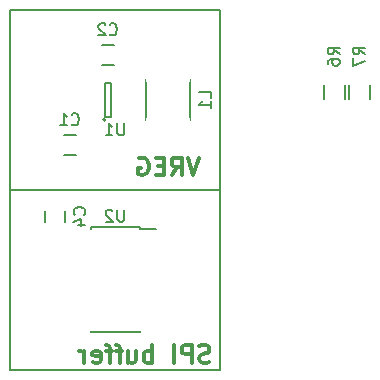
<source format=gbo>
G04 #@! TF.FileFunction,Legend,Bot*
%FSLAX46Y46*%
G04 Gerber Fmt 4.6, Leading zero omitted, Abs format (unit mm)*
G04 Created by KiCad (PCBNEW 4.0.1-2.fc23-product) date Sun 31 Jan 2016 08:26:32 PM PST*
%MOMM*%
G01*
G04 APERTURE LIST*
%ADD10C,0.100000*%
%ADD11C,0.200000*%
%ADD12C,0.300000*%
%ADD13C,0.150000*%
%ADD14R,1.987200X1.987200*%
%ADD15O,1.987200X1.987200*%
%ADD16R,1.560000X0.960000*%
%ADD17R,1.260000X1.510000*%
%ADD18R,3.760000X1.860000*%
%ADD19R,1.784000X2.084000*%
%ADD20O,1.784000X2.084000*%
%ADD21R,1.320000X0.910000*%
%ADD22R,1.760000X0.860000*%
%ADD23R,1.510000X1.260000*%
G04 APERTURE END LIST*
D10*
D11*
X160020000Y-104140000D02*
X142240000Y-104140000D01*
D12*
X159098571Y-103477143D02*
X158884285Y-103548571D01*
X158527142Y-103548571D01*
X158384285Y-103477143D01*
X158312856Y-103405714D01*
X158241428Y-103262857D01*
X158241428Y-103120000D01*
X158312856Y-102977143D01*
X158384285Y-102905714D01*
X158527142Y-102834286D01*
X158812856Y-102762857D01*
X158955714Y-102691429D01*
X159027142Y-102620000D01*
X159098571Y-102477143D01*
X159098571Y-102334286D01*
X159027142Y-102191429D01*
X158955714Y-102120000D01*
X158812856Y-102048571D01*
X158455714Y-102048571D01*
X158241428Y-102120000D01*
X157598571Y-103548571D02*
X157598571Y-102048571D01*
X157027143Y-102048571D01*
X156884285Y-102120000D01*
X156812857Y-102191429D01*
X156741428Y-102334286D01*
X156741428Y-102548571D01*
X156812857Y-102691429D01*
X156884285Y-102762857D01*
X157027143Y-102834286D01*
X157598571Y-102834286D01*
X156098571Y-103548571D02*
X156098571Y-102048571D01*
X154241428Y-103548571D02*
X154241428Y-102048571D01*
X154241428Y-102620000D02*
X154098571Y-102548571D01*
X153812857Y-102548571D01*
X153670000Y-102620000D01*
X153598571Y-102691429D01*
X153527142Y-102834286D01*
X153527142Y-103262857D01*
X153598571Y-103405714D01*
X153670000Y-103477143D01*
X153812857Y-103548571D01*
X154098571Y-103548571D01*
X154241428Y-103477143D01*
X152241428Y-102548571D02*
X152241428Y-103548571D01*
X152884285Y-102548571D02*
X152884285Y-103334286D01*
X152812857Y-103477143D01*
X152669999Y-103548571D01*
X152455714Y-103548571D01*
X152312857Y-103477143D01*
X152241428Y-103405714D01*
X151741428Y-102548571D02*
X151169999Y-102548571D01*
X151527142Y-103548571D02*
X151527142Y-102262857D01*
X151455714Y-102120000D01*
X151312856Y-102048571D01*
X151169999Y-102048571D01*
X150884285Y-102548571D02*
X150312856Y-102548571D01*
X150669999Y-103548571D02*
X150669999Y-102262857D01*
X150598571Y-102120000D01*
X150455713Y-102048571D01*
X150312856Y-102048571D01*
X149241428Y-103477143D02*
X149384285Y-103548571D01*
X149669999Y-103548571D01*
X149812856Y-103477143D01*
X149884285Y-103334286D01*
X149884285Y-102762857D01*
X149812856Y-102620000D01*
X149669999Y-102548571D01*
X149384285Y-102548571D01*
X149241428Y-102620000D01*
X149169999Y-102762857D01*
X149169999Y-102905714D01*
X149884285Y-103048571D01*
X148527142Y-103548571D02*
X148527142Y-102548571D01*
X148527142Y-102834286D02*
X148455714Y-102691429D01*
X148384285Y-102620000D01*
X148241428Y-102548571D01*
X148098571Y-102548571D01*
D11*
X142240000Y-88900000D02*
X160020000Y-88900000D01*
X142240000Y-104140000D02*
X142240000Y-88900000D01*
X160020000Y-88900000D02*
X160020000Y-104140000D01*
D12*
X158253571Y-86173571D02*
X157753571Y-87673571D01*
X157253571Y-86173571D01*
X155896428Y-87673571D02*
X156396428Y-86959286D01*
X156753571Y-87673571D02*
X156753571Y-86173571D01*
X156182143Y-86173571D01*
X156039285Y-86245000D01*
X155967857Y-86316429D01*
X155896428Y-86459286D01*
X155896428Y-86673571D01*
X155967857Y-86816429D01*
X156039285Y-86887857D01*
X156182143Y-86959286D01*
X156753571Y-86959286D01*
X155253571Y-86887857D02*
X154753571Y-86887857D01*
X154539285Y-87673571D02*
X155253571Y-87673571D01*
X155253571Y-86173571D01*
X154539285Y-86173571D01*
X153110714Y-86245000D02*
X153253571Y-86173571D01*
X153467857Y-86173571D01*
X153682142Y-86245000D01*
X153825000Y-86387857D01*
X153896428Y-86530714D01*
X153967857Y-86816429D01*
X153967857Y-87030714D01*
X153896428Y-87316429D01*
X153825000Y-87459286D01*
X153682142Y-87602143D01*
X153467857Y-87673571D01*
X153325000Y-87673571D01*
X153110714Y-87602143D01*
X153039285Y-87530714D01*
X153039285Y-87030714D01*
X153325000Y-87030714D01*
D11*
X142240000Y-73660000D02*
X142240000Y-88900000D01*
X160020000Y-73660000D02*
X142240000Y-73660000D01*
X160020000Y-88900000D02*
X160020000Y-73660000D01*
X142240000Y-88900000D02*
X160020000Y-88900000D01*
D13*
X170547000Y-81245000D02*
X170547000Y-80045000D01*
X168797000Y-80045000D02*
X168797000Y-81245000D01*
X172706000Y-81245000D02*
X172706000Y-80045000D01*
X170956000Y-80045000D02*
X170956000Y-81245000D01*
X149995000Y-76620000D02*
X150995000Y-76620000D01*
X150995000Y-78320000D02*
X149995000Y-78320000D01*
X153695400Y-83007200D02*
X153695400Y-79552800D01*
X157454600Y-83007200D02*
X157454600Y-79552800D01*
X150295000Y-82980000D02*
G75*
G03X150295000Y-82980000I-100000J0D01*
G01*
X150745000Y-82730000D02*
X150245000Y-82730000D01*
X150745000Y-79830000D02*
X150745000Y-82730000D01*
X150245000Y-79830000D02*
X150745000Y-79830000D01*
X150245000Y-82730000D02*
X150245000Y-79830000D01*
X153205000Y-92070000D02*
X153205000Y-92185000D01*
X149055000Y-92070000D02*
X149055000Y-92185000D01*
X149055000Y-100970000D02*
X149055000Y-100855000D01*
X153205000Y-100970000D02*
X153205000Y-100855000D01*
X153205000Y-92070000D02*
X149055000Y-92070000D01*
X153205000Y-100970000D02*
X149055000Y-100970000D01*
X153205000Y-92185000D02*
X154580000Y-92185000D01*
X146900000Y-90670000D02*
X146900000Y-91670000D01*
X145200000Y-91670000D02*
X145200000Y-90670000D01*
X146780000Y-84240000D02*
X147780000Y-84240000D01*
X147780000Y-85940000D02*
X146780000Y-85940000D01*
X170124381Y-77430334D02*
X169648190Y-77097000D01*
X170124381Y-76858905D02*
X169124381Y-76858905D01*
X169124381Y-77239858D01*
X169172000Y-77335096D01*
X169219619Y-77382715D01*
X169314857Y-77430334D01*
X169457714Y-77430334D01*
X169552952Y-77382715D01*
X169600571Y-77335096D01*
X169648190Y-77239858D01*
X169648190Y-76858905D01*
X169124381Y-78287477D02*
X169124381Y-78097000D01*
X169172000Y-78001762D01*
X169219619Y-77954143D01*
X169362476Y-77858905D01*
X169552952Y-77811286D01*
X169933905Y-77811286D01*
X170029143Y-77858905D01*
X170076762Y-77906524D01*
X170124381Y-78001762D01*
X170124381Y-78192239D01*
X170076762Y-78287477D01*
X170029143Y-78335096D01*
X169933905Y-78382715D01*
X169695810Y-78382715D01*
X169600571Y-78335096D01*
X169552952Y-78287477D01*
X169505333Y-78192239D01*
X169505333Y-78001762D01*
X169552952Y-77906524D01*
X169600571Y-77858905D01*
X169695810Y-77811286D01*
X172283381Y-77430334D02*
X171807190Y-77097000D01*
X172283381Y-76858905D02*
X171283381Y-76858905D01*
X171283381Y-77239858D01*
X171331000Y-77335096D01*
X171378619Y-77382715D01*
X171473857Y-77430334D01*
X171616714Y-77430334D01*
X171711952Y-77382715D01*
X171759571Y-77335096D01*
X171807190Y-77239858D01*
X171807190Y-76858905D01*
X171283381Y-77763667D02*
X171283381Y-78430334D01*
X172283381Y-78001762D01*
X150661666Y-75727143D02*
X150709285Y-75774762D01*
X150852142Y-75822381D01*
X150947380Y-75822381D01*
X151090238Y-75774762D01*
X151185476Y-75679524D01*
X151233095Y-75584286D01*
X151280714Y-75393810D01*
X151280714Y-75250952D01*
X151233095Y-75060476D01*
X151185476Y-74965238D01*
X151090238Y-74870000D01*
X150947380Y-74822381D01*
X150852142Y-74822381D01*
X150709285Y-74870000D01*
X150661666Y-74917619D01*
X150280714Y-74917619D02*
X150233095Y-74870000D01*
X150137857Y-74822381D01*
X149899761Y-74822381D01*
X149804523Y-74870000D01*
X149756904Y-74917619D01*
X149709285Y-75012857D01*
X149709285Y-75108095D01*
X149756904Y-75250952D01*
X150328333Y-75822381D01*
X149709285Y-75822381D01*
X159202381Y-81113334D02*
X159202381Y-80637143D01*
X158202381Y-80637143D01*
X159202381Y-81970477D02*
X159202381Y-81399048D01*
X159202381Y-81684762D02*
X158202381Y-81684762D01*
X158345238Y-81589524D01*
X158440476Y-81494286D01*
X158488095Y-81399048D01*
X151891905Y-83272381D02*
X151891905Y-84081905D01*
X151844286Y-84177143D01*
X151796667Y-84224762D01*
X151701429Y-84272381D01*
X151510952Y-84272381D01*
X151415714Y-84224762D01*
X151368095Y-84177143D01*
X151320476Y-84081905D01*
X151320476Y-83272381D01*
X150320476Y-84272381D02*
X150891905Y-84272381D01*
X150606191Y-84272381D02*
X150606191Y-83272381D01*
X150701429Y-83415238D01*
X150796667Y-83510476D01*
X150891905Y-83558095D01*
X151891905Y-90597381D02*
X151891905Y-91406905D01*
X151844286Y-91502143D01*
X151796667Y-91549762D01*
X151701429Y-91597381D01*
X151510952Y-91597381D01*
X151415714Y-91549762D01*
X151368095Y-91502143D01*
X151320476Y-91406905D01*
X151320476Y-90597381D01*
X150891905Y-90692619D02*
X150844286Y-90645000D01*
X150749048Y-90597381D01*
X150510952Y-90597381D01*
X150415714Y-90645000D01*
X150368095Y-90692619D01*
X150320476Y-90787857D01*
X150320476Y-90883095D01*
X150368095Y-91025952D01*
X150939524Y-91597381D01*
X150320476Y-91597381D01*
X148507143Y-91003334D02*
X148554762Y-90955715D01*
X148602381Y-90812858D01*
X148602381Y-90717620D01*
X148554762Y-90574762D01*
X148459524Y-90479524D01*
X148364286Y-90431905D01*
X148173810Y-90384286D01*
X148030952Y-90384286D01*
X147840476Y-90431905D01*
X147745238Y-90479524D01*
X147650000Y-90574762D01*
X147602381Y-90717620D01*
X147602381Y-90812858D01*
X147650000Y-90955715D01*
X147697619Y-91003334D01*
X147935714Y-91860477D02*
X148602381Y-91860477D01*
X147554762Y-91622381D02*
X148269048Y-91384286D01*
X148269048Y-92003334D01*
X147446666Y-83347143D02*
X147494285Y-83394762D01*
X147637142Y-83442381D01*
X147732380Y-83442381D01*
X147875238Y-83394762D01*
X147970476Y-83299524D01*
X148018095Y-83204286D01*
X148065714Y-83013810D01*
X148065714Y-82870952D01*
X148018095Y-82680476D01*
X147970476Y-82585238D01*
X147875238Y-82490000D01*
X147732380Y-82442381D01*
X147637142Y-82442381D01*
X147494285Y-82490000D01*
X147446666Y-82537619D01*
X146494285Y-83442381D02*
X147065714Y-83442381D01*
X146780000Y-83442381D02*
X146780000Y-82442381D01*
X146875238Y-82585238D01*
X146970476Y-82680476D01*
X147065714Y-82728095D01*
%LPC*%
D14*
X174625000Y-79375000D03*
D15*
X177165000Y-79375000D03*
X174625000Y-81915000D03*
X177165000Y-81915000D03*
X174625000Y-84455000D03*
X177165000Y-84455000D03*
X174625000Y-86995000D03*
X177165000Y-86995000D03*
X174625000Y-89535000D03*
X177165000Y-89535000D03*
D14*
X164465000Y-75565000D03*
D15*
X167005000Y-75565000D03*
X164465000Y-78105000D03*
X167005000Y-78105000D03*
X164465000Y-80645000D03*
X167005000Y-80645000D03*
X164465000Y-83185000D03*
X167005000Y-83185000D03*
X164465000Y-85725000D03*
X167005000Y-85725000D03*
X164465000Y-88265000D03*
X167005000Y-88265000D03*
X164465000Y-90805000D03*
X167005000Y-90805000D03*
X164465000Y-93345000D03*
X167005000Y-93345000D03*
D16*
X169672000Y-79695000D03*
X169672000Y-81595000D03*
X171831000Y-79695000D03*
X171831000Y-81595000D03*
D17*
X151495000Y-77470000D03*
X149495000Y-77470000D03*
D18*
X155575000Y-83718400D03*
X155575000Y-78841600D03*
D14*
X116205000Y-109855000D03*
D15*
X116205000Y-107315000D03*
X118745000Y-109855000D03*
X118745000Y-107315000D03*
X121285000Y-109855000D03*
X121285000Y-107315000D03*
X123825000Y-109855000D03*
X123825000Y-107315000D03*
X126365000Y-109855000D03*
X126365000Y-107315000D03*
X128905000Y-109855000D03*
X128905000Y-107315000D03*
X131445000Y-109855000D03*
X131445000Y-107315000D03*
X133985000Y-109855000D03*
X133985000Y-107315000D03*
X136525000Y-109855000D03*
X136525000Y-107315000D03*
X139065000Y-109855000D03*
X139065000Y-107315000D03*
X141605000Y-109855000D03*
X141605000Y-107315000D03*
X144145000Y-109855000D03*
X144145000Y-107315000D03*
X146685000Y-109855000D03*
X146685000Y-107315000D03*
X149225000Y-109855000D03*
X149225000Y-107315000D03*
X151765000Y-109855000D03*
X151765000Y-107315000D03*
X154305000Y-109855000D03*
X154305000Y-107315000D03*
X156845000Y-109855000D03*
X156845000Y-107315000D03*
X159385000Y-109855000D03*
X159385000Y-107315000D03*
X161925000Y-109855000D03*
X161925000Y-107315000D03*
X164465000Y-109855000D03*
X164465000Y-107315000D03*
X167005000Y-109855000D03*
X167005000Y-107315000D03*
X169545000Y-109855000D03*
X169545000Y-107315000D03*
X172085000Y-109855000D03*
X172085000Y-107315000D03*
D14*
X116205000Y-61595000D03*
D15*
X116205000Y-59055000D03*
X118745000Y-61595000D03*
X118745000Y-59055000D03*
X121285000Y-61595000D03*
X121285000Y-59055000D03*
X123825000Y-61595000D03*
X123825000Y-59055000D03*
X126365000Y-61595000D03*
X126365000Y-59055000D03*
X128905000Y-61595000D03*
X128905000Y-59055000D03*
X131445000Y-61595000D03*
X131445000Y-59055000D03*
X133985000Y-61595000D03*
X133985000Y-59055000D03*
X136525000Y-61595000D03*
X136525000Y-59055000D03*
X139065000Y-61595000D03*
X139065000Y-59055000D03*
X141605000Y-61595000D03*
X141605000Y-59055000D03*
X144145000Y-61595000D03*
X144145000Y-59055000D03*
X146685000Y-61595000D03*
X146685000Y-59055000D03*
X149225000Y-61595000D03*
X149225000Y-59055000D03*
X151765000Y-61595000D03*
X151765000Y-59055000D03*
X154305000Y-61595000D03*
X154305000Y-59055000D03*
X156845000Y-61595000D03*
X156845000Y-59055000D03*
X159385000Y-61595000D03*
X159385000Y-59055000D03*
X161925000Y-61595000D03*
X161925000Y-59055000D03*
X164465000Y-61595000D03*
X164465000Y-59055000D03*
X167005000Y-61595000D03*
X167005000Y-59055000D03*
X169545000Y-61595000D03*
X169545000Y-59055000D03*
X172085000Y-61595000D03*
X172085000Y-59055000D03*
D14*
X111760000Y-92710000D03*
D15*
X109220000Y-92710000D03*
D19*
X101600000Y-104140000D03*
D20*
X101600000Y-96520000D03*
X104140000Y-104140000D03*
X104140000Y-96520000D03*
D21*
X149395000Y-82230000D03*
X149395000Y-81280000D03*
X149395000Y-80330000D03*
X151595000Y-80330000D03*
X151595000Y-82230000D03*
D22*
X153830000Y-92710000D03*
X153830000Y-93980000D03*
X153830000Y-95250000D03*
X153830000Y-96520000D03*
X153830000Y-97790000D03*
X153830000Y-99060000D03*
X153830000Y-100330000D03*
X148430000Y-100330000D03*
X148430000Y-99060000D03*
X148430000Y-97790000D03*
X148430000Y-96520000D03*
X148430000Y-95250000D03*
X148430000Y-93980000D03*
X148430000Y-92710000D03*
D23*
X146050000Y-92170000D03*
X146050000Y-90170000D03*
D17*
X148280000Y-85090000D03*
X146280000Y-85090000D03*
M02*

</source>
